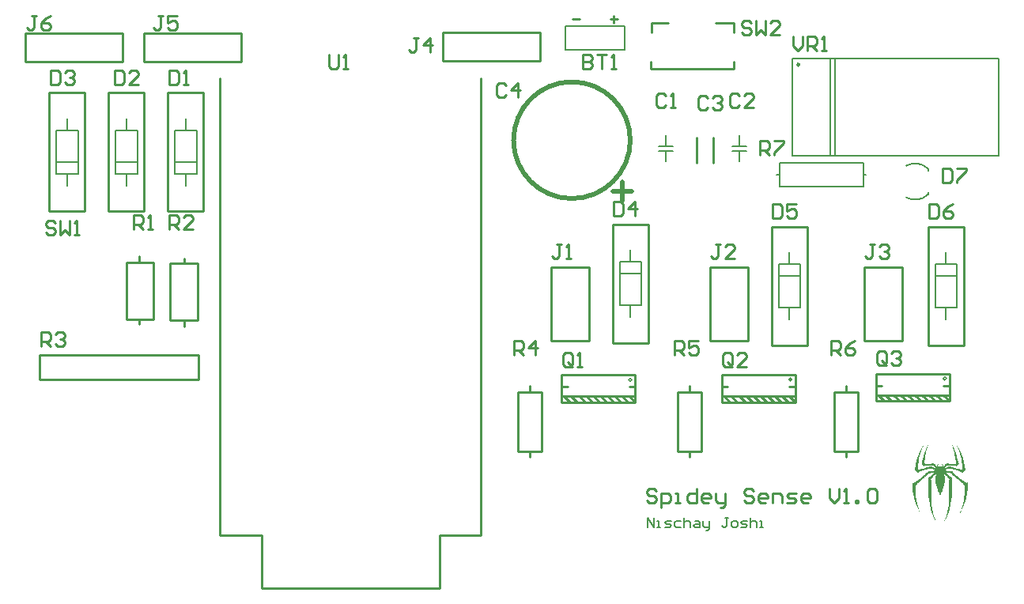
<source format=gto>
G04*
G04 #@! TF.GenerationSoftware,Altium Limited,CircuitMaker,2.0.3 (2.0.3.51)*
G04*
G04 Layer_Color=15132400*
%FSLAX23Y23*%
%MOIN*%
G70*
G04*
G04 #@! TF.SameCoordinates,35AC13BF-EB10-43E2-832D-F6A8B62018A4*
G04*
G04*
G04 #@! TF.FilePolarity,Positive*
G04*
G01*
G75*
%ADD10C,0.008*%
%ADD11C,0.020*%
%ADD12C,0.010*%
%ADD13C,0.010*%
%ADD14C,0.008*%
G36*
X4840Y3179D02*
X4840Y3179D01*
X4839Y3179D01*
X4839Y3176D01*
X4838Y3176D01*
X4838Y3174D01*
X4837Y3174D01*
X4837Y3171D01*
X4837Y3171D01*
X4837Y3169D01*
X4836Y3169D01*
X4836Y3165D01*
X4835Y3165D01*
X4835Y3164D01*
X4834Y3164D01*
X4834Y3160D01*
X4833Y3160D01*
X4833Y3156D01*
X4832Y3156D01*
X4832Y3153D01*
X4832Y3153D01*
X4832Y3149D01*
X4831Y3149D01*
X4831Y3146D01*
X4830Y3146D01*
X4830Y3143D01*
X4829Y3143D01*
X4829Y3138D01*
X4828Y3138D01*
X4828Y3135D01*
X4828Y3135D01*
X4828Y3130D01*
X4827Y3130D01*
X4827Y3124D01*
X4826Y3124D01*
X4826Y3117D01*
X4825Y3117D01*
X4825Y3102D01*
X4826Y3102D01*
X4826Y3101D01*
X4834Y3101D01*
X4834Y3100D01*
X4841Y3100D01*
X4841Y3101D01*
X4853Y3101D01*
X4853Y3102D01*
X4857Y3102D01*
X4857Y3103D01*
X4863Y3103D01*
X4863Y3102D01*
X4864Y3102D01*
X4864Y3101D01*
X4865Y3101D01*
X4865Y3100D01*
X4867Y3100D01*
X4867Y3099D01*
X4868Y3099D01*
X4868Y3098D01*
X4869Y3098D01*
X4869Y3096D01*
X4871Y3096D01*
X4871Y3094D01*
X4872Y3094D01*
X4872Y3094D01*
X4872Y3094D01*
X4872Y3093D01*
X4873Y3093D01*
X4873Y3092D01*
X4874Y3092D01*
X4874Y3091D01*
X4875Y3091D01*
X4875Y3090D01*
X4877Y3090D01*
X4877Y3091D01*
X4877Y3091D01*
X4877Y3093D01*
X4877Y3093D01*
X4877Y3095D01*
X4878Y3095D01*
X4878Y3096D01*
X4879Y3096D01*
X4879Y3097D01*
X4880Y3097D01*
X4880Y3098D01*
X4881Y3098D01*
X4881Y3099D01*
X4882Y3099D01*
X4882Y3099D01*
X4884Y3099D01*
X4884Y3098D01*
X4883Y3098D01*
X4883Y3097D01*
X4882Y3097D01*
X4882Y3095D01*
X4881Y3095D01*
X4881Y3089D01*
X4883Y3089D01*
X4883Y3090D01*
X4884Y3090D01*
X4884Y3090D01*
X4885Y3090D01*
X4885Y3091D01*
X4886Y3091D01*
X4886Y3092D01*
X4886Y3092D01*
X4886Y3091D01*
X4887Y3091D01*
X4887Y3090D01*
X4889Y3090D01*
X4889Y3090D01*
X4892Y3090D01*
X4892Y3090D01*
X4894Y3090D01*
X4894Y3091D01*
X4894Y3091D01*
X4894Y3092D01*
X4895Y3092D01*
X4895Y3091D01*
X4896Y3091D01*
X4896Y3090D01*
X4897Y3090D01*
X4897Y3089D01*
X4899Y3089D01*
X4899Y3094D01*
X4899Y3094D01*
X4899Y3096D01*
X4898Y3096D01*
X4898Y3097D01*
X4897Y3097D01*
X4897Y3099D01*
X4899Y3099D01*
X4899Y3099D01*
X4899Y3099D01*
X4899Y3098D01*
X4901Y3098D01*
X4901Y3097D01*
X4902Y3097D01*
X4902Y3096D01*
X4903Y3096D01*
X4903Y3095D01*
X4903Y3095D01*
X4903Y3091D01*
X4904Y3091D01*
X4904Y3090D01*
X4905Y3090D01*
X4905Y3091D01*
X4907Y3091D01*
X4907Y3092D01*
X4908Y3092D01*
X4908Y3093D01*
X4908Y3093D01*
X4908Y3094D01*
X4909Y3094D01*
X4909Y3094D01*
X4910Y3094D01*
X4910Y3095D01*
X4911Y3095D01*
X4911Y3096D01*
X4912Y3096D01*
X4912Y3097D01*
X4912Y3097D01*
X4912Y3099D01*
X4914Y3099D01*
X4914Y3100D01*
X4915Y3100D01*
X4915Y3101D01*
X4916Y3101D01*
X4916Y3102D01*
X4917Y3102D01*
X4917Y3103D01*
X4923Y3103D01*
X4923Y3102D01*
X4928Y3102D01*
X4928Y3101D01*
X4939Y3101D01*
X4939Y3100D01*
X4949Y3100D01*
X4949Y3101D01*
X4956Y3101D01*
X4956Y3115D01*
X4955Y3115D01*
X4955Y3121D01*
X4954Y3121D01*
X4954Y3128D01*
X4953Y3128D01*
X4953Y3134D01*
X4952Y3134D01*
X4952Y3138D01*
X4952Y3138D01*
X4952Y3142D01*
X4951Y3142D01*
X4951Y3146D01*
X4950Y3146D01*
X4950Y3148D01*
X4949Y3148D01*
X4949Y3152D01*
X4948Y3152D01*
X4948Y3155D01*
X4948Y3155D01*
X4948Y3158D01*
X4947Y3158D01*
X4947Y3161D01*
X4946Y3161D01*
X4946Y3164D01*
X4945Y3164D01*
X4945Y3167D01*
X4944Y3167D01*
X4944Y3170D01*
X4943Y3170D01*
X4943Y3173D01*
X4943Y3173D01*
X4943Y3175D01*
X4942Y3175D01*
X4942Y3177D01*
X4941Y3177D01*
X4941Y3180D01*
X4940Y3180D01*
X4940Y3183D01*
X4942Y3183D01*
X4942Y3181D01*
X4943Y3181D01*
X4943Y3179D01*
X4943Y3179D01*
X4943Y3177D01*
X4944Y3177D01*
X4944Y3174D01*
X4945Y3174D01*
X4945Y3173D01*
X4946Y3173D01*
X4946Y3171D01*
X4947Y3171D01*
X4947Y3169D01*
X4948Y3169D01*
X4948Y3167D01*
X4948Y3167D01*
X4948Y3165D01*
X4949Y3165D01*
X4949Y3163D01*
X4950Y3163D01*
X4950Y3161D01*
X4951Y3161D01*
X4951Y3159D01*
X4952Y3159D01*
X4952Y3156D01*
X4952Y3156D01*
X4952Y3155D01*
X4953Y3155D01*
X4953Y3152D01*
X4954Y3152D01*
X4954Y3150D01*
X4955Y3150D01*
X4955Y3148D01*
X4956Y3148D01*
X4956Y3145D01*
X4957Y3145D01*
X4957Y3143D01*
X4957Y3143D01*
X4957Y3141D01*
X4958Y3141D01*
X4958Y3138D01*
X4959Y3138D01*
X4959Y3136D01*
X4960Y3136D01*
X4960Y3133D01*
X4961Y3133D01*
X4961Y3130D01*
X4961Y3130D01*
X4961Y3128D01*
X4962Y3128D01*
X4962Y3124D01*
X4963Y3124D01*
X4963Y3122D01*
X4964Y3122D01*
X4964Y3119D01*
X4965Y3119D01*
X4965Y3116D01*
X4965Y3116D01*
X4965Y3113D01*
X4966Y3113D01*
X4966Y3110D01*
X4967Y3110D01*
X4967Y3107D01*
X4968Y3107D01*
X4968Y3103D01*
X4969Y3103D01*
X4969Y3099D01*
X4968Y3099D01*
X4968Y3097D01*
X4967Y3097D01*
X4967Y3096D01*
X4966Y3096D01*
X4966Y3095D01*
X4965Y3095D01*
X4965Y3094D01*
X4964Y3094D01*
X4964Y3094D01*
X4962Y3094D01*
X4962Y3093D01*
X4961Y3093D01*
X4961Y3092D01*
X4961Y3092D01*
X4961Y3091D01*
X4960Y3091D01*
X4960Y3090D01*
X4957Y3090D01*
X4957Y3091D01*
X4957Y3091D01*
X4957Y3092D01*
X4954Y3092D01*
X4954Y3093D01*
X4952Y3093D01*
X4952Y3094D01*
X4930Y3094D01*
X4930Y3094D01*
X4919Y3094D01*
X4919Y3094D01*
X4917Y3094D01*
X4917Y3093D01*
X4917Y3093D01*
X4917Y3092D01*
X4916Y3092D01*
X4916Y3091D01*
X4915Y3091D01*
X4915Y3090D01*
X4914Y3090D01*
X4914Y3088D01*
X4913Y3088D01*
X4913Y3086D01*
X4912Y3086D01*
X4912Y3085D01*
X4912Y3085D01*
X4912Y3083D01*
X4915Y3083D01*
X4915Y3084D01*
X4917Y3084D01*
X4917Y3085D01*
X4918Y3085D01*
X4918Y3085D01*
X4920Y3085D01*
X4920Y3086D01*
X4921Y3086D01*
X4921Y3087D01*
X4923Y3087D01*
X4923Y3088D01*
X4925Y3088D01*
X4925Y3089D01*
X4926Y3089D01*
X4926Y3090D01*
X4931Y3090D01*
X4931Y3089D01*
X4934Y3089D01*
X4934Y3088D01*
X4936Y3088D01*
X4936Y3087D01*
X4939Y3087D01*
X4939Y3086D01*
X4941Y3086D01*
X4941Y3085D01*
X4944Y3085D01*
X4944Y3085D01*
X4948Y3085D01*
X4948Y3084D01*
X4950Y3084D01*
X4950Y3083D01*
X4955Y3083D01*
X4955Y3082D01*
X4957Y3082D01*
X4957Y3081D01*
X4961Y3081D01*
X4961Y3081D01*
X4965Y3081D01*
X4965Y3080D01*
X4967Y3080D01*
X4967Y3079D01*
X4971Y3079D01*
X4971Y3078D01*
X4974Y3078D01*
X4974Y3077D01*
X4977Y3077D01*
X4977Y3077D01*
X4981Y3077D01*
X4981Y3076D01*
X4983Y3076D01*
X4983Y3094D01*
X4983Y3094D01*
X4983Y3102D01*
X4982Y3102D01*
X4982Y3109D01*
X4981Y3109D01*
X4981Y3114D01*
X4980Y3114D01*
X4980Y3119D01*
X4979Y3119D01*
X4979Y3124D01*
X4979Y3124D01*
X4979Y3127D01*
X4978Y3127D01*
X4978Y3131D01*
X4977Y3131D01*
X4977Y3134D01*
X4976Y3134D01*
X4976Y3137D01*
X4975Y3137D01*
X4975Y3141D01*
X4974Y3141D01*
X4974Y3143D01*
X4974Y3143D01*
X4974Y3146D01*
X4973Y3146D01*
X4973Y3148D01*
X4972Y3148D01*
X4972Y3150D01*
X4971Y3150D01*
X4971Y3153D01*
X4970Y3153D01*
X4970Y3156D01*
X4970Y3156D01*
X4970Y3157D01*
X4969Y3157D01*
X4969Y3160D01*
X4968Y3160D01*
X4968Y3161D01*
X4967Y3161D01*
X4967Y3164D01*
X4966Y3164D01*
X4966Y3166D01*
X4965Y3166D01*
X4965Y3168D01*
X4965Y3168D01*
X4965Y3170D01*
X4964Y3170D01*
X4964Y3171D01*
X4963Y3171D01*
X4963Y3173D01*
X4962Y3173D01*
X4962Y3174D01*
X4961Y3174D01*
X4961Y3176D01*
X4961Y3176D01*
X4961Y3178D01*
X4960Y3178D01*
X4960Y3179D01*
X4961Y3179D01*
X4961Y3179D01*
X4961Y3179D01*
X4961Y3178D01*
X4962Y3178D01*
X4962Y3176D01*
X4963Y3176D01*
X4963Y3175D01*
X4964Y3175D01*
X4964Y3174D01*
X4965Y3174D01*
X4965Y3172D01*
X4965Y3172D01*
X4965Y3171D01*
X4966Y3171D01*
X4966Y3170D01*
X4967Y3170D01*
X4967Y3168D01*
X4968Y3168D01*
X4968Y3167D01*
X4969Y3167D01*
X4969Y3165D01*
X4970Y3165D01*
X4970Y3164D01*
X4970Y3164D01*
X4970Y3162D01*
X4971Y3162D01*
X4971Y3161D01*
X4972Y3161D01*
X4972Y3159D01*
X4973Y3159D01*
X4973Y3157D01*
X4974Y3157D01*
X4974Y3156D01*
X4974Y3156D01*
X4974Y3154D01*
X4975Y3154D01*
X4975Y3152D01*
X4976Y3152D01*
X4976Y3151D01*
X4977Y3151D01*
X4977Y3148D01*
X4978Y3148D01*
X4978Y3147D01*
X4979Y3147D01*
X4979Y3145D01*
X4979Y3145D01*
X4979Y3143D01*
X4980Y3143D01*
X4980Y3140D01*
X4981Y3140D01*
X4981Y3139D01*
X4982Y3139D01*
X4982Y3136D01*
X4983Y3136D01*
X4983Y3134D01*
X4983Y3134D01*
X4983Y3132D01*
X4984Y3132D01*
X4984Y3129D01*
X4985Y3129D01*
X4985Y3128D01*
X4986Y3128D01*
X4986Y3125D01*
X4987Y3125D01*
X4987Y3122D01*
X4988Y3122D01*
X4988Y3120D01*
X4988Y3120D01*
X4988Y3116D01*
X4989Y3116D01*
X4989Y3114D01*
X4990Y3114D01*
X4990Y3111D01*
X4991Y3111D01*
X4991Y3107D01*
X4992Y3107D01*
X4992Y3104D01*
X4992Y3104D01*
X4992Y3100D01*
X4993Y3100D01*
X4993Y3096D01*
X4994Y3096D01*
X4994Y3090D01*
X4995Y3090D01*
X4995Y3083D01*
X4996Y3083D01*
X4996Y3081D01*
X4996Y3081D01*
X4996Y3078D01*
X4997Y3078D01*
X4997Y3077D01*
X4998Y3077D01*
X4998Y3075D01*
X4997Y3075D01*
X4997Y3074D01*
X4996Y3074D01*
X4996Y3073D01*
X4996Y3073D01*
X4996Y3072D01*
X4995Y3072D01*
X4995Y3072D01*
X4994Y3072D01*
X4994Y3071D01*
X4993Y3071D01*
X4993Y3070D01*
X4992Y3070D01*
X4992Y3069D01*
X4991Y3069D01*
X4991Y3068D01*
X4990Y3068D01*
X4990Y3068D01*
X4989Y3068D01*
X4989Y3067D01*
X4988Y3067D01*
X4988Y3066D01*
X4988Y3066D01*
X4988Y3065D01*
X4987Y3065D01*
X4987Y3064D01*
X4986Y3064D01*
X4986Y3063D01*
X4985Y3063D01*
X4985Y3063D01*
X4983Y3063D01*
X4983Y3063D01*
X4981Y3063D01*
X4981Y3064D01*
X4980Y3064D01*
X4980Y3065D01*
X4979Y3065D01*
X4979Y3066D01*
X4976Y3066D01*
X4976Y3067D01*
X4975Y3067D01*
X4975Y3068D01*
X4973Y3068D01*
X4973Y3068D01*
X4971Y3068D01*
X4971Y3069D01*
X4970Y3069D01*
X4970Y3070D01*
X4968Y3070D01*
X4968Y3071D01*
X4966Y3071D01*
X4966Y3072D01*
X4964Y3072D01*
X4964Y3072D01*
X4961Y3072D01*
X4961Y3073D01*
X4961Y3073D01*
X4961Y3074D01*
X4957Y3074D01*
X4957Y3075D01*
X4955Y3075D01*
X4955Y3076D01*
X4952Y3076D01*
X4952Y3077D01*
X4948Y3077D01*
X4948Y3077D01*
X4945Y3077D01*
X4945Y3078D01*
X4941Y3078D01*
X4941Y3079D01*
X4930Y3079D01*
X4930Y3080D01*
X4929Y3080D01*
X4929Y3079D01*
X4921Y3079D01*
X4921Y3078D01*
X4918Y3078D01*
X4918Y3077D01*
X4917Y3077D01*
X4917Y3077D01*
X4916Y3077D01*
X4916Y3076D01*
X4914Y3076D01*
X4914Y3075D01*
X4913Y3075D01*
X4913Y3074D01*
X4912Y3074D01*
X4912Y3072D01*
X4914Y3072D01*
X4914Y3072D01*
X4917Y3072D01*
X4917Y3071D01*
X4921Y3071D01*
X4921Y3070D01*
X4932Y3070D01*
X4932Y3071D01*
X4939Y3071D01*
X4939Y3070D01*
X4940Y3070D01*
X4940Y3069D01*
X4941Y3069D01*
X4941Y3068D01*
X4942Y3068D01*
X4942Y3068D01*
X4943Y3068D01*
X4943Y3067D01*
X4943Y3067D01*
X4943Y3066D01*
X4944Y3066D01*
X4944Y3064D01*
X4945Y3064D01*
X4945Y3063D01*
X4946Y3063D01*
X4946Y3063D01*
X4947Y3063D01*
X4947Y3062D01*
X4948Y3062D01*
X4948Y3061D01*
X4948Y3061D01*
X4948Y3060D01*
X4950Y3060D01*
X4950Y3059D01*
X4951Y3059D01*
X4951Y3059D01*
X4952Y3059D01*
X4952Y3058D01*
X4952Y3058D01*
X4952Y3057D01*
X4953Y3057D01*
X4953Y3056D01*
X4954Y3056D01*
X4954Y3055D01*
X4955Y3055D01*
X4955Y3054D01*
X4956Y3054D01*
X4956Y3054D01*
X4957Y3054D01*
X4957Y3053D01*
X4957Y3053D01*
X4957Y3052D01*
X4958Y3052D01*
X4958Y3051D01*
X4959Y3051D01*
X4959Y3050D01*
X4961Y3050D01*
X4961Y3050D01*
X4961Y3050D01*
X4961Y3049D01*
X4962Y3049D01*
X4962Y3048D01*
X4963Y3048D01*
X4963Y3047D01*
X4964Y3047D01*
X4964Y3046D01*
X4965Y3046D01*
X4965Y3046D01*
X4966Y3046D01*
X4966Y3045D01*
X4967Y3045D01*
X4967Y3044D01*
X4968Y3044D01*
X4968Y3043D01*
X4969Y3043D01*
X4969Y3042D01*
X4970Y3042D01*
X4970Y3041D01*
X4971Y3041D01*
X4971Y3041D01*
X4972Y3041D01*
X4972Y3040D01*
X4973Y3040D01*
X4973Y3039D01*
X4974Y3039D01*
X4974Y3038D01*
X4975Y3038D01*
X4975Y3037D01*
X4976Y3037D01*
X4976Y3037D01*
X4977Y3037D01*
X4977Y3036D01*
X4979Y3036D01*
X4979Y3035D01*
X4979Y3035D01*
X4979Y3034D01*
X4981Y3034D01*
X4981Y3033D01*
X4982Y3033D01*
X4982Y3032D01*
X4983Y3032D01*
X4983Y3032D01*
X4984Y3032D01*
X4984Y3031D01*
X4985Y3031D01*
X4985Y3030D01*
X4987Y3030D01*
X4987Y3029D01*
X4988Y3029D01*
X4988Y3028D01*
X4989Y3028D01*
X4989Y3028D01*
X4990Y3028D01*
X4990Y3027D01*
X4991Y3027D01*
X4991Y3026D01*
X4992Y3026D01*
X4992Y3025D01*
X4993Y3025D01*
X4993Y3024D01*
X4995Y3024D01*
X4995Y3023D01*
X4996Y3023D01*
X4996Y3023D01*
X4997Y3023D01*
X4997Y3022D01*
X4999Y3022D01*
X4999Y3021D01*
X5001Y3021D01*
X5001Y3020D01*
X5004Y3020D01*
X5004Y3021D01*
X5005Y3021D01*
X5005Y3022D01*
X5008Y3022D01*
X5008Y3002D01*
X5007Y3002D01*
X5007Y2993D01*
X5006Y2993D01*
X5006Y2985D01*
X5005Y2985D01*
X5005Y2979D01*
X5005Y2979D01*
X5005Y2975D01*
X5004Y2975D01*
X5004Y2970D01*
X5003Y2970D01*
X5003Y2966D01*
X5002Y2966D01*
X5002Y2964D01*
X5001Y2964D01*
X5001Y2960D01*
X5001Y2960D01*
X5001Y2957D01*
X5000Y2957D01*
X5000Y2953D01*
X4999Y2953D01*
X4999Y2950D01*
X4998Y2950D01*
X4998Y2948D01*
X4997Y2948D01*
X4997Y2945D01*
X4996Y2945D01*
X4996Y2942D01*
X4996Y2942D01*
X4996Y2940D01*
X4995Y2940D01*
X4995Y2938D01*
X4994Y2938D01*
X4994Y2935D01*
X4993Y2935D01*
X4993Y2934D01*
X4992Y2934D01*
X4992Y2930D01*
X4992Y2930D01*
X4992Y2930D01*
X4991Y2930D01*
X4991Y2926D01*
X4990Y2926D01*
X4990Y2925D01*
X4989Y2925D01*
X4989Y2923D01*
X4988Y2923D01*
X4988Y2921D01*
X4988Y2921D01*
X4988Y2919D01*
X4987Y2919D01*
X4987Y2917D01*
X4986Y2917D01*
X4986Y2915D01*
X4985Y2915D01*
X4985Y2913D01*
X4984Y2913D01*
X4984Y2912D01*
X4983Y2912D01*
X4983Y2909D01*
X4983Y2909D01*
X4983Y2908D01*
X4982Y2908D01*
X4982Y2906D01*
X4981Y2906D01*
X4981Y2904D01*
X4980Y2904D01*
X4980Y2903D01*
X4979Y2903D01*
X4979Y2900D01*
X4979Y2900D01*
X4979Y2899D01*
X4978Y2899D01*
X4978Y2897D01*
X4977Y2897D01*
X4977Y2895D01*
X4976Y2895D01*
X4976Y2894D01*
X4975Y2894D01*
X4975Y2892D01*
X4974Y2892D01*
X4974Y2894D01*
X4974Y2894D01*
X4974Y2895D01*
X4975Y2895D01*
X4975Y2898D01*
X4976Y2898D01*
X4976Y2899D01*
X4977Y2899D01*
X4977Y2902D01*
X4978Y2902D01*
X4978Y2904D01*
X4979Y2904D01*
X4979Y2906D01*
X4979Y2906D01*
X4979Y2908D01*
X4980Y2908D01*
X4980Y2911D01*
X4981Y2911D01*
X4981Y2912D01*
X4982Y2912D01*
X4982Y2916D01*
X4983Y2916D01*
X4983Y2918D01*
X4983Y2918D01*
X4983Y2921D01*
X4984Y2921D01*
X4984Y2924D01*
X4985Y2924D01*
X4985Y2926D01*
X4986Y2926D01*
X4986Y2930D01*
X4987Y2930D01*
X4987Y2933D01*
X4988Y2933D01*
X4988Y2935D01*
X4988Y2935D01*
X4988Y2940D01*
X4989Y2940D01*
X4989Y2944D01*
X4990Y2944D01*
X4990Y2948D01*
X4991Y2948D01*
X4991Y2953D01*
X4992Y2953D01*
X4992Y2957D01*
X4992Y2957D01*
X4992Y2965D01*
X4993Y2965D01*
X4993Y2975D01*
X4994Y2975D01*
X4994Y2986D01*
X4995Y2986D01*
X4995Y3007D01*
X4994Y3007D01*
X4994Y3009D01*
X4993Y3009D01*
X4993Y3010D01*
X4992Y3010D01*
X4992Y3011D01*
X4992Y3011D01*
X4992Y3012D01*
X4991Y3012D01*
X4991Y3013D01*
X4990Y3013D01*
X4990Y3014D01*
X4989Y3014D01*
X4989Y3014D01*
X4988Y3014D01*
X4988Y3015D01*
X4988Y3015D01*
X4988Y3016D01*
X4987Y3016D01*
X4987Y3017D01*
X4986Y3017D01*
X4986Y3018D01*
X4985Y3018D01*
X4985Y3019D01*
X4984Y3019D01*
X4984Y3019D01*
X4983Y3019D01*
X4983Y3020D01*
X4982Y3020D01*
X4982Y3021D01*
X4981Y3021D01*
X4981Y3022D01*
X4980Y3022D01*
X4980Y3023D01*
X4979Y3023D01*
X4979Y3023D01*
X4979Y3023D01*
X4979Y3024D01*
X4978Y3024D01*
X4978Y3025D01*
X4977Y3025D01*
X4977Y3026D01*
X4975Y3026D01*
X4975Y3027D01*
X4974Y3027D01*
X4974Y3028D01*
X4974Y3028D01*
X4974Y3028D01*
X4973Y3028D01*
X4973Y3029D01*
X4972Y3029D01*
X4972Y3030D01*
X4971Y3030D01*
X4971Y3031D01*
X4970Y3031D01*
X4970Y3032D01*
X4970Y3032D01*
X4970Y3032D01*
X4968Y3032D01*
X4968Y3033D01*
X4967Y3033D01*
X4967Y3034D01*
X4966Y3034D01*
X4966Y3035D01*
X4965Y3035D01*
X4965Y3036D01*
X4965Y3036D01*
X4965Y3037D01*
X4964Y3037D01*
X4964Y3037D01*
X4962Y3037D01*
X4962Y3038D01*
X4961Y3038D01*
X4961Y3039D01*
X4961Y3039D01*
X4961Y3040D01*
X4960Y3040D01*
X4960Y3041D01*
X4959Y3041D01*
X4959Y3041D01*
X4957Y3041D01*
X4957Y3042D01*
X4957Y3042D01*
X4957Y3043D01*
X4956Y3043D01*
X4956Y3044D01*
X4955Y3044D01*
X4955Y3045D01*
X4954Y3045D01*
X4954Y3046D01*
X4952Y3046D01*
X4952Y3046D01*
X4952Y3046D01*
X4952Y3047D01*
X4951Y3047D01*
X4951Y3048D01*
X4949Y3048D01*
X4949Y3049D01*
X4948Y3049D01*
X4948Y3050D01*
X4948Y3050D01*
X4948Y3050D01*
X4947Y3050D01*
X4947Y3051D01*
X4945Y3051D01*
X4945Y3052D01*
X4944Y3052D01*
X4944Y3053D01*
X4943Y3053D01*
X4943Y3054D01*
X4943Y3054D01*
X4943Y3054D01*
X4941Y3054D01*
X4941Y3055D01*
X4940Y3055D01*
X4940Y3056D01*
X4939Y3056D01*
X4939Y3057D01*
X4939Y3057D01*
X4939Y3058D01*
X4938Y3058D01*
X4938Y3059D01*
X4937Y3059D01*
X4937Y3059D01*
X4935Y3059D01*
X4935Y3060D01*
X4934Y3060D01*
X4934Y3061D01*
X4934Y3061D01*
X4934Y3062D01*
X4930Y3062D01*
X4930Y3063D01*
X4926Y3063D01*
X4926Y3063D01*
X4917Y3063D01*
X4917Y3064D01*
X4914Y3064D01*
X4914Y3063D01*
X4915Y3063D01*
X4915Y3062D01*
X4916Y3062D01*
X4916Y3061D01*
X4917Y3061D01*
X4917Y3060D01*
X4918Y3060D01*
X4918Y3059D01*
X4919Y3059D01*
X4919Y3059D01*
X4920Y3059D01*
X4920Y3058D01*
X4921Y3058D01*
X4921Y3057D01*
X4921Y3057D01*
X4921Y3056D01*
X4922Y3056D01*
X4922Y3055D01*
X4923Y3055D01*
X4923Y3054D01*
X4924Y3054D01*
X4924Y3054D01*
X4926Y3054D01*
X4926Y3053D01*
X4926Y3053D01*
X4926Y3052D01*
X4927Y3052D01*
X4927Y3051D01*
X4928Y3051D01*
X4928Y3050D01*
X4929Y3050D01*
X4929Y3050D01*
X4930Y3050D01*
X4930Y3049D01*
X4931Y3049D01*
X4931Y3048D01*
X4932Y3048D01*
X4932Y3047D01*
X4933Y3047D01*
X4933Y3046D01*
X4934Y3046D01*
X4934Y3046D01*
X4935Y3046D01*
X4935Y3045D01*
X4936Y3045D01*
X4936Y3044D01*
X4939Y3044D01*
X4939Y3045D01*
X4941Y3045D01*
X4941Y3031D01*
X4942Y3031D01*
X4942Y3027D01*
X4941Y3027D01*
X4941Y2987D01*
X4940Y2987D01*
X4940Y2972D01*
X4939Y2972D01*
X4939Y2965D01*
X4939Y2965D01*
X4939Y2955D01*
X4938Y2955D01*
X4938Y2949D01*
X4937Y2949D01*
X4937Y2944D01*
X4936Y2944D01*
X4936Y2938D01*
X4935Y2938D01*
X4935Y2934D01*
X4934Y2934D01*
X4934Y2929D01*
X4934Y2929D01*
X4934Y2924D01*
X4933Y2924D01*
X4933Y2921D01*
X4932Y2921D01*
X4932Y2917D01*
X4931Y2917D01*
X4931Y2913D01*
X4930Y2913D01*
X4930Y2911D01*
X4930Y2911D01*
X4930Y2907D01*
X4929Y2907D01*
X4929Y2904D01*
X4928Y2904D01*
X4928Y2902D01*
X4927Y2902D01*
X4927Y2899D01*
X4926Y2899D01*
X4926Y2897D01*
X4926Y2897D01*
X4926Y2894D01*
X4925Y2894D01*
X4925Y2891D01*
X4924Y2891D01*
X4924Y2890D01*
X4923Y2890D01*
X4923Y2886D01*
X4922Y2886D01*
X4922Y2886D01*
X4921Y2886D01*
X4921Y2883D01*
X4921Y2883D01*
X4921Y2881D01*
X4920Y2881D01*
X4920Y2879D01*
X4919Y2879D01*
X4919Y2877D01*
X4918Y2877D01*
X4918Y2875D01*
X4917Y2875D01*
X4917Y2873D01*
X4917Y2873D01*
X4917Y2872D01*
X4916Y2872D01*
X4916Y2870D01*
X4915Y2870D01*
X4915Y2868D01*
X4914Y2868D01*
X4914Y2867D01*
X4913Y2867D01*
X4913Y2866D01*
X4912Y2866D01*
X4912Y2864D01*
X4912Y2864D01*
X4912Y2863D01*
X4911Y2863D01*
X4911Y2862D01*
X4910Y2862D01*
X4910Y2860D01*
X4909Y2860D01*
X4909Y2859D01*
X4908Y2859D01*
X4908Y2859D01*
X4908Y2859D01*
X4908Y2860D01*
X4908Y2860D01*
X4908Y2862D01*
X4909Y2862D01*
X4909Y2864D01*
X4910Y2864D01*
X4910Y2865D01*
X4911Y2865D01*
X4911Y2867D01*
X4912Y2867D01*
X4912Y2868D01*
X4912Y2868D01*
X4912Y2871D01*
X4913Y2871D01*
X4913Y2873D01*
X4914Y2873D01*
X4914Y2875D01*
X4915Y2875D01*
X4915Y2877D01*
X4916Y2877D01*
X4916Y2880D01*
X4917Y2880D01*
X4917Y2882D01*
X4917Y2882D01*
X4917Y2885D01*
X4918Y2885D01*
X4918Y2888D01*
X4919Y2888D01*
X4919Y2891D01*
X4920Y2891D01*
X4920Y2894D01*
X4921Y2894D01*
X4921Y2899D01*
X4921Y2899D01*
X4921Y2902D01*
X4922Y2902D01*
X4922Y2906D01*
X4923Y2906D01*
X4923Y2911D01*
X4924Y2911D01*
X4924Y2915D01*
X4925Y2915D01*
X4925Y2921D01*
X4926Y2921D01*
X4926Y2930D01*
X4926Y2930D01*
X4926Y2937D01*
X4927Y2937D01*
X4927Y2950D01*
X4928Y2950D01*
X4928Y3006D01*
X4927Y3006D01*
X4927Y3022D01*
X4926Y3022D01*
X4926Y3029D01*
X4927Y3029D01*
X4927Y3031D01*
X4928Y3031D01*
X4928Y3032D01*
X4929Y3032D01*
X4929Y3037D01*
X4928Y3037D01*
X4928Y3037D01*
X4927Y3037D01*
X4927Y3039D01*
X4926Y3039D01*
X4926Y3040D01*
X4926Y3040D01*
X4926Y3041D01*
X4925Y3041D01*
X4925Y3042D01*
X4924Y3042D01*
X4924Y3043D01*
X4923Y3043D01*
X4923Y3044D01*
X4922Y3044D01*
X4922Y3045D01*
X4921Y3045D01*
X4921Y3046D01*
X4921Y3046D01*
X4921Y3046D01*
X4920Y3046D01*
X4920Y3047D01*
X4919Y3047D01*
X4919Y3048D01*
X4918Y3048D01*
X4918Y3049D01*
X4917Y3049D01*
X4917Y3050D01*
X4917Y3050D01*
X4917Y3050D01*
X4916Y3050D01*
X4916Y3051D01*
X4915Y3051D01*
X4915Y3052D01*
X4914Y3052D01*
X4914Y3053D01*
X4913Y3053D01*
X4913Y3054D01*
X4912Y3054D01*
X4912Y3054D01*
X4911Y3054D01*
X4911Y3055D01*
X4910Y3055D01*
X4910Y3056D01*
X4908Y3056D01*
X4908Y3057D01*
X4908Y3057D01*
X4908Y3058D01*
X4906Y3058D01*
X4906Y3054D01*
X4907Y3054D01*
X4907Y3052D01*
X4908Y3052D01*
X4908Y3050D01*
X4908Y3050D01*
X4908Y3048D01*
X4909Y3048D01*
X4909Y3047D01*
X4910Y3047D01*
X4910Y3046D01*
X4911Y3046D01*
X4911Y3044D01*
X4912Y3044D01*
X4912Y3035D01*
X4911Y3035D01*
X4911Y3030D01*
X4910Y3030D01*
X4910Y3024D01*
X4909Y3024D01*
X4909Y3020D01*
X4908Y3020D01*
X4908Y3016D01*
X4908Y3016D01*
X4908Y3012D01*
X4907Y3012D01*
X4907Y3010D01*
X4906Y3010D01*
X4906Y3006D01*
X4905Y3006D01*
X4905Y3003D01*
X4904Y3003D01*
X4904Y3001D01*
X4903Y3001D01*
X4903Y2997D01*
X4903Y2997D01*
X4903Y2995D01*
X4902Y2995D01*
X4902Y2992D01*
X4901Y2992D01*
X4901Y2990D01*
X4900Y2990D01*
X4900Y2988D01*
X4899Y2988D01*
X4899Y2986D01*
X4899Y2986D01*
X4899Y2983D01*
X4898Y2983D01*
X4898Y2982D01*
X4897Y2982D01*
X4897Y2979D01*
X4896Y2979D01*
X4896Y2978D01*
X4895Y2978D01*
X4895Y2975D01*
X4894Y2975D01*
X4894Y2974D01*
X4894Y2974D01*
X4894Y2972D01*
X4893Y2972D01*
X4893Y2971D01*
X4891Y2971D01*
X4891Y2976D01*
X4890Y2976D01*
X4890Y2975D01*
X4889Y2975D01*
X4889Y2974D01*
X4890Y2974D01*
X4890Y2972D01*
X4889Y2972D01*
X4889Y2971D01*
X4888Y2971D01*
X4888Y2972D01*
X4887Y2972D01*
X4887Y2974D01*
X4886Y2974D01*
X4886Y2975D01*
X4886Y2975D01*
X4886Y2978D01*
X4885Y2978D01*
X4885Y2979D01*
X4884Y2979D01*
X4884Y2981D01*
X4883Y2981D01*
X4883Y2983D01*
X4882Y2983D01*
X4882Y2985D01*
X4881Y2985D01*
X4881Y2988D01*
X4881Y2988D01*
X4881Y2989D01*
X4880Y2989D01*
X4880Y2992D01*
X4879Y2992D01*
X4879Y2995D01*
X4878Y2995D01*
X4878Y2997D01*
X4877Y2997D01*
X4877Y3000D01*
X4877Y3000D01*
X4877Y3002D01*
X4876Y3002D01*
X4876Y3006D01*
X4875Y3006D01*
X4875Y3010D01*
X4874Y3010D01*
X4874Y3012D01*
X4873Y3012D01*
X4873Y3016D01*
X4872Y3016D01*
X4872Y3020D01*
X4872Y3020D01*
X4872Y3024D01*
X4871Y3024D01*
X4871Y3028D01*
X4870Y3028D01*
X4870Y3033D01*
X4869Y3033D01*
X4869Y3044D01*
X4870Y3044D01*
X4870Y3046D01*
X4871Y3046D01*
X4871Y3048D01*
X4872Y3048D01*
X4872Y3049D01*
X4872Y3049D01*
X4872Y3050D01*
X4873Y3050D01*
X4873Y3053D01*
X4874Y3053D01*
X4874Y3054D01*
X4875Y3054D01*
X4875Y3057D01*
X4872Y3057D01*
X4872Y3056D01*
X4871Y3056D01*
X4871Y3055D01*
X4869Y3055D01*
X4869Y3054D01*
X4868Y3054D01*
X4868Y3054D01*
X4868Y3054D01*
X4868Y3053D01*
X4867Y3053D01*
X4867Y3052D01*
X4865Y3052D01*
X4865Y3051D01*
X4864Y3051D01*
X4864Y3050D01*
X4863Y3050D01*
X4863Y3049D01*
X4863Y3049D01*
X4863Y3048D01*
X4862Y3048D01*
X4862Y3047D01*
X4861Y3047D01*
X4861Y3046D01*
X4860Y3046D01*
X4860Y3046D01*
X4859Y3046D01*
X4859Y3045D01*
X4859Y3045D01*
X4859Y3044D01*
X4858Y3044D01*
X4858Y3043D01*
X4857Y3043D01*
X4857Y3042D01*
X4856Y3042D01*
X4856Y3041D01*
X4855Y3041D01*
X4855Y3040D01*
X4855Y3040D01*
X4855Y3039D01*
X4854Y3039D01*
X4854Y3037D01*
X4853Y3037D01*
X4853Y3037D01*
X4852Y3037D01*
X4852Y3036D01*
X4851Y3036D01*
X4851Y3032D01*
X4852Y3032D01*
X4852Y3032D01*
X4853Y3032D01*
X4853Y3031D01*
X4854Y3031D01*
X4854Y3011D01*
X4853Y3011D01*
X4853Y2948D01*
X4854Y2948D01*
X4854Y2934D01*
X4855Y2934D01*
X4855Y2928D01*
X4855Y2928D01*
X4855Y2920D01*
X4856Y2920D01*
X4856Y2914D01*
X4857Y2914D01*
X4857Y2910D01*
X4858Y2910D01*
X4858Y2904D01*
X4859Y2904D01*
X4859Y2901D01*
X4859Y2901D01*
X4859Y2897D01*
X4860Y2897D01*
X4860Y2893D01*
X4861Y2893D01*
X4861Y2890D01*
X4862Y2890D01*
X4862Y2887D01*
X4863Y2887D01*
X4863Y2885D01*
X4863Y2885D01*
X4863Y2882D01*
X4864Y2882D01*
X4864Y2879D01*
X4865Y2879D01*
X4865Y2877D01*
X4866Y2877D01*
X4866Y2875D01*
X4867Y2875D01*
X4867Y2873D01*
X4868Y2873D01*
X4868Y2871D01*
X4868Y2871D01*
X4868Y2868D01*
X4869Y2868D01*
X4869Y2867D01*
X4870Y2867D01*
X4870Y2865D01*
X4871Y2865D01*
X4871Y2864D01*
X4872Y2864D01*
X4872Y2863D01*
X4872Y2863D01*
X4872Y2861D01*
X4873Y2861D01*
X4873Y2859D01*
X4874Y2859D01*
X4874Y2858D01*
X4872Y2858D01*
X4872Y2859D01*
X4872Y2859D01*
X4872Y2859D01*
X4871Y2859D01*
X4871Y2861D01*
X4870Y2861D01*
X4870Y2863D01*
X4869Y2863D01*
X4869Y2864D01*
X4868Y2864D01*
X4868Y2866D01*
X4868Y2866D01*
X4868Y2867D01*
X4867Y2867D01*
X4867Y2868D01*
X4866Y2868D01*
X4866Y2870D01*
X4865Y2870D01*
X4865Y2872D01*
X4864Y2872D01*
X4864Y2873D01*
X4863Y2873D01*
X4863Y2874D01*
X4863Y2874D01*
X4863Y2877D01*
X4862Y2877D01*
X4862Y2878D01*
X4861Y2878D01*
X4861Y2880D01*
X4860Y2880D01*
X4860Y2881D01*
X4859Y2881D01*
X4859Y2884D01*
X4859Y2884D01*
X4859Y2886D01*
X4858Y2886D01*
X4858Y2889D01*
X4857Y2889D01*
X4857Y2890D01*
X4856Y2890D01*
X4856Y2893D01*
X4855Y2893D01*
X4855Y2896D01*
X4855Y2896D01*
X4855Y2897D01*
X4854Y2897D01*
X4854Y2901D01*
X4853Y2901D01*
X4853Y2904D01*
X4852Y2904D01*
X4852Y2906D01*
X4851Y2906D01*
X4851Y2910D01*
X4850Y2910D01*
X4850Y2912D01*
X4850Y2912D01*
X4850Y2917D01*
X4849Y2917D01*
X4849Y2921D01*
X4848Y2921D01*
X4848Y2924D01*
X4847Y2924D01*
X4847Y2930D01*
X4846Y2930D01*
X4846Y2934D01*
X4846Y2934D01*
X4846Y2938D01*
X4845Y2938D01*
X4845Y2945D01*
X4844Y2945D01*
X4844Y2951D01*
X4843Y2951D01*
X4843Y2957D01*
X4842Y2957D01*
X4842Y2969D01*
X4841Y2969D01*
X4841Y2975D01*
X4841Y2975D01*
X4841Y2989D01*
X4840Y2989D01*
X4840Y3006D01*
X4839Y3006D01*
X4839Y3040D01*
X4840Y3040D01*
X4840Y3045D01*
X4842Y3045D01*
X4842Y3044D01*
X4845Y3044D01*
X4845Y3045D01*
X4846Y3045D01*
X4846Y3046D01*
X4846Y3046D01*
X4846Y3046D01*
X4848Y3046D01*
X4848Y3047D01*
X4849Y3047D01*
X4849Y3048D01*
X4850Y3048D01*
X4850Y3049D01*
X4850Y3049D01*
X4850Y3050D01*
X4851Y3050D01*
X4851Y3050D01*
X4853Y3050D01*
X4853Y3051D01*
X4854Y3051D01*
X4854Y3052D01*
X4855Y3052D01*
X4855Y3053D01*
X4855Y3053D01*
X4855Y3054D01*
X4856Y3054D01*
X4856Y3054D01*
X4858Y3054D01*
X4858Y3055D01*
X4859Y3055D01*
X4859Y3056D01*
X4859Y3056D01*
X4859Y3057D01*
X4860Y3057D01*
X4860Y3058D01*
X4861Y3058D01*
X4861Y3059D01*
X4862Y3059D01*
X4862Y3059D01*
X4863Y3059D01*
X4863Y3060D01*
X4863Y3060D01*
X4863Y3061D01*
X4865Y3061D01*
X4865Y3062D01*
X4866Y3062D01*
X4866Y3063D01*
X4867Y3063D01*
X4867Y3063D01*
X4868Y3063D01*
X4868Y3064D01*
X4864Y3064D01*
X4864Y3063D01*
X4855Y3063D01*
X4855Y3063D01*
X4851Y3063D01*
X4851Y3062D01*
X4849Y3062D01*
X4849Y3061D01*
X4846Y3061D01*
X4846Y3060D01*
X4845Y3060D01*
X4845Y3059D01*
X4843Y3059D01*
X4843Y3059D01*
X4842Y3059D01*
X4842Y3058D01*
X4841Y3058D01*
X4841Y3057D01*
X4840Y3057D01*
X4840Y3056D01*
X4839Y3056D01*
X4839Y3055D01*
X4838Y3055D01*
X4838Y3054D01*
X4837Y3054D01*
X4837Y3054D01*
X4837Y3054D01*
X4837Y3053D01*
X4836Y3053D01*
X4836Y3052D01*
X4834Y3052D01*
X4834Y3051D01*
X4833Y3051D01*
X4833Y3050D01*
X4832Y3050D01*
X4832Y3050D01*
X4832Y3050D01*
X4832Y3049D01*
X4831Y3049D01*
X4831Y3048D01*
X4829Y3048D01*
X4829Y3047D01*
X4828Y3047D01*
X4828Y3046D01*
X4828Y3046D01*
X4828Y3046D01*
X4827Y3046D01*
X4827Y3045D01*
X4825Y3045D01*
X4825Y3044D01*
X4824Y3044D01*
X4824Y3043D01*
X4824Y3043D01*
X4824Y3042D01*
X4823Y3042D01*
X4823Y3041D01*
X4822Y3041D01*
X4822Y3041D01*
X4820Y3041D01*
X4820Y3040D01*
X4819Y3040D01*
X4819Y3039D01*
X4819Y3039D01*
X4819Y3038D01*
X4818Y3038D01*
X4818Y3037D01*
X4817Y3037D01*
X4817Y3037D01*
X4815Y3037D01*
X4815Y3036D01*
X4815Y3036D01*
X4815Y3035D01*
X4814Y3035D01*
X4814Y3034D01*
X4813Y3034D01*
X4813Y3033D01*
X4812Y3033D01*
X4812Y3032D01*
X4810Y3032D01*
X4810Y3032D01*
X4810Y3032D01*
X4810Y3031D01*
X4809Y3031D01*
X4809Y3030D01*
X4808Y3030D01*
X4808Y3029D01*
X4807Y3029D01*
X4807Y3028D01*
X4806Y3028D01*
X4806Y3028D01*
X4806Y3028D01*
X4806Y3027D01*
X4805Y3027D01*
X4805Y3026D01*
X4804Y3026D01*
X4804Y3025D01*
X4803Y3025D01*
X4803Y3024D01*
X4801Y3024D01*
X4801Y3023D01*
X4801Y3023D01*
X4801Y3023D01*
X4800Y3023D01*
X4800Y3022D01*
X4799Y3022D01*
X4799Y3021D01*
X4798Y3021D01*
X4798Y3020D01*
X4797Y3020D01*
X4797Y3019D01*
X4797Y3019D01*
X4797Y3019D01*
X4796Y3019D01*
X4796Y3018D01*
X4795Y3018D01*
X4795Y3017D01*
X4794Y3017D01*
X4794Y3016D01*
X4793Y3016D01*
X4793Y3015D01*
X4793Y3015D01*
X4793Y3014D01*
X4792Y3014D01*
X4792Y3014D01*
X4791Y3014D01*
X4791Y3013D01*
X4790Y3013D01*
X4790Y3012D01*
X4789Y3012D01*
X4789Y3011D01*
X4788Y3011D01*
X4788Y3010D01*
X4788Y3010D01*
X4788Y3010D01*
X4787Y3010D01*
X4787Y3009D01*
X4786Y3009D01*
X4786Y2977D01*
X4787Y2977D01*
X4787Y2969D01*
X4788Y2969D01*
X4788Y2962D01*
X4788Y2962D01*
X4788Y2956D01*
X4789Y2956D01*
X4789Y2952D01*
X4790Y2952D01*
X4790Y2947D01*
X4791Y2947D01*
X4791Y2943D01*
X4792Y2943D01*
X4792Y2939D01*
X4793Y2939D01*
X4793Y2935D01*
X4793Y2935D01*
X4793Y2933D01*
X4794Y2933D01*
X4794Y2929D01*
X4795Y2929D01*
X4795Y2926D01*
X4796Y2926D01*
X4796Y2924D01*
X4797Y2924D01*
X4797Y2920D01*
X4797Y2920D01*
X4797Y2917D01*
X4798Y2917D01*
X4798Y2916D01*
X4799Y2916D01*
X4799Y2912D01*
X4800Y2912D01*
X4800Y2910D01*
X4801Y2910D01*
X4801Y2908D01*
X4801Y2908D01*
X4801Y2905D01*
X4802Y2905D01*
X4802Y2904D01*
X4803Y2904D01*
X4803Y2901D01*
X4804Y2901D01*
X4804Y2899D01*
X4805Y2899D01*
X4805Y2897D01*
X4806Y2897D01*
X4806Y2895D01*
X4805Y2895D01*
X4805Y2896D01*
X4804Y2896D01*
X4804Y2898D01*
X4803Y2898D01*
X4803Y2899D01*
X4802Y2899D01*
X4802Y2900D01*
X4801Y2900D01*
X4801Y2903D01*
X4801Y2903D01*
X4801Y2904D01*
X4800Y2904D01*
X4800Y2906D01*
X4799Y2906D01*
X4799Y2908D01*
X4798Y2908D01*
X4798Y2910D01*
X4797Y2910D01*
X4797Y2912D01*
X4797Y2912D01*
X4797Y2913D01*
X4796Y2913D01*
X4796Y2915D01*
X4795Y2915D01*
X4795Y2917D01*
X4794Y2917D01*
X4794Y2919D01*
X4793Y2919D01*
X4793Y2921D01*
X4793Y2921D01*
X4793Y2922D01*
X4792Y2922D01*
X4792Y2924D01*
X4791Y2924D01*
X4791Y2926D01*
X4790Y2926D01*
X4790Y2929D01*
X4789Y2929D01*
X4789Y2930D01*
X4788Y2930D01*
X4788Y2933D01*
X4788Y2933D01*
X4788Y2935D01*
X4787Y2935D01*
X4787Y2937D01*
X4786Y2937D01*
X4786Y2940D01*
X4785Y2940D01*
X4785Y2942D01*
X4784Y2942D01*
X4784Y2944D01*
X4784Y2944D01*
X4784Y2948D01*
X4783Y2948D01*
X4783Y2949D01*
X4782Y2949D01*
X4782Y2952D01*
X4781Y2952D01*
X4781Y2956D01*
X4780Y2956D01*
X4780Y2959D01*
X4779Y2959D01*
X4779Y2962D01*
X4779Y2962D01*
X4779Y2966D01*
X4778Y2966D01*
X4778Y2970D01*
X4777Y2970D01*
X4777Y2975D01*
X4776Y2975D01*
X4776Y2978D01*
X4775Y2978D01*
X4775Y2984D01*
X4775Y2984D01*
X4775Y2990D01*
X4774Y2990D01*
X4774Y2998D01*
X4773Y2998D01*
X4773Y3022D01*
X4775Y3022D01*
X4775Y3021D01*
X4777Y3021D01*
X4777Y3020D01*
X4779Y3020D01*
X4779Y3021D01*
X4782Y3021D01*
X4782Y3022D01*
X4784Y3022D01*
X4784Y3023D01*
X4786Y3023D01*
X4786Y3023D01*
X4787Y3023D01*
X4787Y3024D01*
X4788Y3024D01*
X4788Y3025D01*
X4789Y3025D01*
X4789Y3026D01*
X4791Y3026D01*
X4791Y3027D01*
X4792Y3027D01*
X4792Y3028D01*
X4793Y3028D01*
X4793Y3028D01*
X4794Y3028D01*
X4794Y3029D01*
X4795Y3029D01*
X4795Y3030D01*
X4796Y3030D01*
X4796Y3031D01*
X4797Y3031D01*
X4797Y3032D01*
X4798Y3032D01*
X4798Y3032D01*
X4799Y3032D01*
X4799Y3033D01*
X4800Y3033D01*
X4800Y3034D01*
X4801Y3034D01*
X4801Y3035D01*
X4802Y3035D01*
X4802Y3036D01*
X4803Y3036D01*
X4803Y3037D01*
X4805Y3037D01*
X4805Y3037D01*
X4806Y3037D01*
X4806Y3038D01*
X4806Y3038D01*
X4806Y3039D01*
X4807Y3039D01*
X4807Y3040D01*
X4809Y3040D01*
X4809Y3041D01*
X4810Y3041D01*
X4810Y3041D01*
X4810Y3041D01*
X4810Y3042D01*
X4811Y3042D01*
X4811Y3043D01*
X4813Y3043D01*
X4813Y3044D01*
X4814Y3044D01*
X4814Y3045D01*
X4815Y3045D01*
X4815Y3046D01*
X4815Y3046D01*
X4815Y3046D01*
X4817Y3046D01*
X4817Y3047D01*
X4818Y3047D01*
X4818Y3048D01*
X4819Y3048D01*
X4819Y3049D01*
X4819Y3049D01*
X4819Y3050D01*
X4820Y3050D01*
X4820Y3050D01*
X4821Y3050D01*
X4821Y3051D01*
X4822Y3051D01*
X4822Y3052D01*
X4823Y3052D01*
X4823Y3053D01*
X4824Y3053D01*
X4824Y3054D01*
X4825Y3054D01*
X4825Y3054D01*
X4826Y3054D01*
X4826Y3055D01*
X4827Y3055D01*
X4827Y3056D01*
X4828Y3056D01*
X4828Y3057D01*
X4828Y3057D01*
X4828Y3058D01*
X4829Y3058D01*
X4829Y3059D01*
X4830Y3059D01*
X4830Y3059D01*
X4831Y3059D01*
X4831Y3060D01*
X4832Y3060D01*
X4832Y3061D01*
X4832Y3061D01*
X4832Y3062D01*
X4833Y3062D01*
X4833Y3063D01*
X4834Y3063D01*
X4834Y3063D01*
X4836Y3063D01*
X4836Y3064D01*
X4837Y3064D01*
X4837Y3065D01*
X4837Y3065D01*
X4837Y3066D01*
X4838Y3066D01*
X4838Y3067D01*
X4839Y3067D01*
X4839Y3068D01*
X4840Y3068D01*
X4840Y3068D01*
X4841Y3068D01*
X4841Y3069D01*
X4841Y3069D01*
X4841Y3070D01*
X4842Y3070D01*
X4842Y3071D01*
X4845Y3071D01*
X4845Y3070D01*
X4857Y3070D01*
X4857Y3071D01*
X4863Y3071D01*
X4863Y3072D01*
X4868Y3072D01*
X4868Y3072D01*
X4868Y3072D01*
X4868Y3074D01*
X4868Y3074D01*
X4868Y3075D01*
X4867Y3075D01*
X4867Y3076D01*
X4865Y3076D01*
X4865Y3077D01*
X4863Y3077D01*
X4863Y3077D01*
X4862Y3077D01*
X4862Y3078D01*
X4859Y3078D01*
X4859Y3079D01*
X4841Y3079D01*
X4841Y3078D01*
X4836Y3078D01*
X4836Y3077D01*
X4833Y3077D01*
X4833Y3077D01*
X4829Y3077D01*
X4829Y3076D01*
X4827Y3076D01*
X4827Y3075D01*
X4824Y3075D01*
X4824Y3074D01*
X4820Y3074D01*
X4820Y3073D01*
X4819Y3073D01*
X4819Y3072D01*
X4816Y3072D01*
X4816Y3072D01*
X4814Y3072D01*
X4814Y3071D01*
X4812Y3071D01*
X4812Y3070D01*
X4810Y3070D01*
X4810Y3069D01*
X4808Y3069D01*
X4808Y3068D01*
X4806Y3068D01*
X4806Y3068D01*
X4805Y3068D01*
X4805Y3067D01*
X4804Y3067D01*
X4804Y3066D01*
X4802Y3066D01*
X4802Y3065D01*
X4801Y3065D01*
X4801Y3064D01*
X4800Y3064D01*
X4800Y3063D01*
X4798Y3063D01*
X4798Y3063D01*
X4797Y3063D01*
X4797Y3063D01*
X4795Y3063D01*
X4795Y3064D01*
X4794Y3064D01*
X4794Y3065D01*
X4793Y3065D01*
X4793Y3066D01*
X4793Y3066D01*
X4793Y3067D01*
X4792Y3067D01*
X4792Y3068D01*
X4790Y3068D01*
X4790Y3068D01*
X4789Y3068D01*
X4789Y3069D01*
X4788Y3069D01*
X4788Y3070D01*
X4788Y3070D01*
X4788Y3071D01*
X4787Y3071D01*
X4787Y3072D01*
X4786Y3072D01*
X4786Y3072D01*
X4785Y3072D01*
X4785Y3073D01*
X4784Y3073D01*
X4784Y3074D01*
X4784Y3074D01*
X4784Y3075D01*
X4783Y3075D01*
X4783Y3077D01*
X4784Y3077D01*
X4784Y3080D01*
X4784Y3080D01*
X4784Y3083D01*
X4785Y3083D01*
X4785Y3086D01*
X4786Y3086D01*
X4786Y3092D01*
X4787Y3092D01*
X4787Y3095D01*
X4788Y3095D01*
X4788Y3102D01*
X4788Y3102D01*
X4788Y3107D01*
X4789Y3107D01*
X4789Y3109D01*
X4790Y3109D01*
X4790Y3113D01*
X4791Y3113D01*
X4791Y3116D01*
X4792Y3116D01*
X4792Y3119D01*
X4793Y3119D01*
X4793Y3121D01*
X4793Y3121D01*
X4793Y3124D01*
X4794Y3124D01*
X4794Y3126D01*
X4795Y3126D01*
X4795Y3129D01*
X4796Y3129D01*
X4796Y3130D01*
X4797Y3130D01*
X4797Y3133D01*
X4797Y3133D01*
X4797Y3135D01*
X4798Y3135D01*
X4798Y3137D01*
X4799Y3137D01*
X4799Y3139D01*
X4800Y3139D01*
X4800Y3142D01*
X4801Y3142D01*
X4801Y3143D01*
X4801Y3143D01*
X4801Y3146D01*
X4802Y3146D01*
X4802Y3147D01*
X4803Y3147D01*
X4803Y3149D01*
X4804Y3149D01*
X4804Y3151D01*
X4805Y3151D01*
X4805Y3152D01*
X4806Y3152D01*
X4806Y3154D01*
X4806Y3154D01*
X4806Y3156D01*
X4807Y3156D01*
X4807Y3157D01*
X4808Y3157D01*
X4808Y3160D01*
X4809Y3160D01*
X4809Y3161D01*
X4810Y3161D01*
X4810Y3162D01*
X4810Y3162D01*
X4810Y3164D01*
X4811Y3164D01*
X4811Y3165D01*
X4812Y3165D01*
X4812Y3167D01*
X4813Y3167D01*
X4813Y3169D01*
X4814Y3169D01*
X4814Y3170D01*
X4815Y3170D01*
X4815Y3172D01*
X4815Y3172D01*
X4815Y3173D01*
X4816Y3173D01*
X4816Y3174D01*
X4817Y3174D01*
X4817Y3176D01*
X4818Y3176D01*
X4818Y3177D01*
X4819Y3177D01*
X4819Y3179D01*
X4819Y3179D01*
X4819Y3179D01*
X4820Y3179D01*
X4820Y3180D01*
X4821Y3180D01*
X4821Y3179D01*
X4820Y3179D01*
X4820Y3176D01*
X4819Y3176D01*
X4819Y3175D01*
X4819Y3175D01*
X4819Y3174D01*
X4818Y3174D01*
X4818Y3172D01*
X4817Y3172D01*
X4817Y3170D01*
X4816Y3170D01*
X4816Y3169D01*
X4815Y3169D01*
X4815Y3167D01*
X4815Y3167D01*
X4815Y3165D01*
X4814Y3165D01*
X4814Y3163D01*
X4813Y3163D01*
X4813Y3161D01*
X4812Y3161D01*
X4812Y3159D01*
X4811Y3159D01*
X4811Y3157D01*
X4810Y3157D01*
X4810Y3155D01*
X4810Y3155D01*
X4810Y3152D01*
X4809Y3152D01*
X4809Y3150D01*
X4808Y3150D01*
X4808Y3147D01*
X4807Y3147D01*
X4807Y3144D01*
X4806Y3144D01*
X4806Y3142D01*
X4806Y3142D01*
X4806Y3138D01*
X4805Y3138D01*
X4805Y3135D01*
X4804Y3135D01*
X4804Y3132D01*
X4803Y3132D01*
X4803Y3128D01*
X4802Y3128D01*
X4802Y3125D01*
X4801Y3125D01*
X4801Y3120D01*
X4801Y3120D01*
X4801Y3115D01*
X4800Y3115D01*
X4800Y3111D01*
X4799Y3111D01*
X4799Y3102D01*
X4798Y3102D01*
X4798Y3094D01*
X4797Y3094D01*
X4797Y3081D01*
X4797Y3081D01*
X4797Y3077D01*
X4797Y3077D01*
X4797Y3076D01*
X4799Y3076D01*
X4799Y3077D01*
X4803Y3077D01*
X4803Y3077D01*
X4806Y3077D01*
X4806Y3078D01*
X4810Y3078D01*
X4810Y3079D01*
X4814Y3079D01*
X4814Y3080D01*
X4816Y3080D01*
X4816Y3081D01*
X4820Y3081D01*
X4820Y3081D01*
X4823Y3081D01*
X4823Y3082D01*
X4826Y3082D01*
X4826Y3083D01*
X4830Y3083D01*
X4830Y3084D01*
X4832Y3084D01*
X4832Y3085D01*
X4836Y3085D01*
X4836Y3085D01*
X4839Y3085D01*
X4839Y3086D01*
X4841Y3086D01*
X4841Y3087D01*
X4844Y3087D01*
X4844Y3088D01*
X4846Y3088D01*
X4846Y3089D01*
X4849Y3089D01*
X4849Y3090D01*
X4854Y3090D01*
X4854Y3089D01*
X4855Y3089D01*
X4855Y3088D01*
X4858Y3088D01*
X4858Y3087D01*
X4859Y3087D01*
X4859Y3086D01*
X4860Y3086D01*
X4860Y3085D01*
X4863Y3085D01*
X4863Y3085D01*
X4864Y3085D01*
X4864Y3084D01*
X4866Y3084D01*
X4866Y3083D01*
X4869Y3083D01*
X4869Y3085D01*
X4868Y3085D01*
X4868Y3086D01*
X4868Y3086D01*
X4868Y3088D01*
X4867Y3088D01*
X4867Y3090D01*
X4866Y3090D01*
X4866Y3090D01*
X4865Y3090D01*
X4865Y3091D01*
X4864Y3091D01*
X4864Y3092D01*
X4863Y3092D01*
X4863Y3093D01*
X4863Y3093D01*
X4863Y3094D01*
X4862Y3094D01*
X4862Y3094D01*
X4833Y3094D01*
X4833Y3094D01*
X4828Y3094D01*
X4828Y3093D01*
X4826Y3093D01*
X4826Y3092D01*
X4824Y3092D01*
X4824Y3091D01*
X4824Y3091D01*
X4824Y3090D01*
X4823Y3090D01*
X4823Y3090D01*
X4821Y3090D01*
X4821Y3090D01*
X4820Y3090D01*
X4820Y3091D01*
X4819Y3091D01*
X4819Y3092D01*
X4819Y3092D01*
X4819Y3093D01*
X4818Y3093D01*
X4818Y3094D01*
X4817Y3094D01*
X4817Y3094D01*
X4816Y3094D01*
X4816Y3095D01*
X4815Y3095D01*
X4815Y3096D01*
X4815Y3096D01*
X4815Y3097D01*
X4814Y3097D01*
X4814Y3098D01*
X4813Y3098D01*
X4813Y3099D01*
X4812Y3099D01*
X4812Y3100D01*
X4813Y3100D01*
X4813Y3104D01*
X4814Y3104D01*
X4814Y3108D01*
X4815Y3108D01*
X4815Y3113D01*
X4815Y3113D01*
X4815Y3116D01*
X4816Y3116D01*
X4816Y3120D01*
X4817Y3120D01*
X4817Y3123D01*
X4818Y3123D01*
X4818Y3125D01*
X4819Y3125D01*
X4819Y3129D01*
X4819Y3129D01*
X4819Y3130D01*
X4820Y3130D01*
X4820Y3134D01*
X4821Y3134D01*
X4821Y3137D01*
X4822Y3137D01*
X4822Y3139D01*
X4823Y3139D01*
X4823Y3141D01*
X4824Y3141D01*
X4824Y3143D01*
X4824Y3143D01*
X4824Y3146D01*
X4825Y3146D01*
X4825Y3148D01*
X4826Y3148D01*
X4826Y3150D01*
X4827Y3150D01*
X4827Y3152D01*
X4828Y3152D01*
X4828Y3155D01*
X4828Y3155D01*
X4828Y3156D01*
X4829Y3156D01*
X4829Y3159D01*
X4830Y3159D01*
X4830Y3161D01*
X4831Y3161D01*
X4831Y3163D01*
X4832Y3163D01*
X4832Y3165D01*
X4832Y3165D01*
X4832Y3167D01*
X4833Y3167D01*
X4833Y3169D01*
X4834Y3169D01*
X4834Y3171D01*
X4835Y3171D01*
X4835Y3173D01*
X4836Y3173D01*
X4836Y3175D01*
X4837Y3175D01*
X4837Y3177D01*
X4837Y3177D01*
X4837Y3179D01*
X4838Y3179D01*
X4838Y3181D01*
X4839Y3181D01*
X4839Y3182D01*
X4840Y3182D01*
X4840Y3180D01*
X4840Y3179D01*
X4840Y3179D02*
G37*
D10*
X4747Y4224D02*
G03*
X4839Y4236I38J66D01*
G01*
X4837Y4347D02*
G03*
X4747Y4356I-52J-57D01*
G01*
X4917Y3460D02*
G03*
X4917Y3460I-7J0D01*
G01*
X4266Y3455D02*
G03*
X4266Y3455I-7J0D01*
G01*
X3591Y3455D02*
G03*
X3591Y3455I-7J0D01*
G01*
X4837Y4347D02*
X4840Y4343D01*
X4840Y4236D02*
X4840Y4245D01*
X4840Y4335D02*
X4840Y4343D01*
X3310Y4945D02*
X3560Y4945D01*
X3310Y4845D02*
X3310Y4945D01*
X3310Y4845D02*
X3560Y4845D01*
X3560Y4945D01*
X1414Y4323D02*
X1414Y4507D01*
X1414Y4323D02*
X1506Y4323D01*
X1506Y4507D01*
X1414Y4507D02*
X1506Y4507D01*
X1460Y4507D02*
X1460Y4557D01*
X1460Y4273D02*
X1460Y4323D01*
X1414Y4373D02*
X1506Y4373D01*
X1664Y4323D02*
X1664Y4507D01*
X1664Y4323D02*
X1756Y4323D01*
X1756Y4507D01*
X1664Y4507D02*
X1756Y4507D01*
X1710Y4507D02*
X1710Y4557D01*
X1710Y4273D02*
X1710Y4323D01*
X1664Y4373D02*
X1756Y4373D01*
X4961Y3758D02*
X4961Y3942D01*
X4869Y3942D02*
X4961Y3942D01*
X4869Y3758D02*
X4869Y3942D01*
X4869Y3758D02*
X4961Y3758D01*
X4915Y3708D02*
X4915Y3758D01*
X4915Y3942D02*
X4915Y3992D01*
X4869Y3892D02*
X4961Y3892D01*
X4301Y3758D02*
X4301Y3942D01*
X4209Y3942D02*
X4301Y3942D01*
X4209Y3758D02*
X4209Y3942D01*
X4209Y3758D02*
X4301Y3758D01*
X4255Y3708D02*
X4255Y3758D01*
X4255Y3942D02*
X4255Y3992D01*
X4209Y3892D02*
X4301Y3892D01*
X3631Y3768D02*
X3631Y3952D01*
X3539Y3952D02*
X3631Y3952D01*
X3539Y3768D02*
X3539Y3952D01*
X3539Y3768D02*
X3631Y3768D01*
X3585Y3718D02*
X3585Y3768D01*
X3585Y3952D02*
X3585Y4002D01*
X3539Y3902D02*
X3631Y3902D01*
X1164Y4323D02*
X1164Y4507D01*
X1164Y4323D02*
X1256Y4323D01*
X1256Y4507D01*
X1164Y4507D02*
X1256Y4507D01*
X1210Y4507D02*
X1210Y4557D01*
X1210Y4273D02*
X1210Y4323D01*
X1164Y4373D02*
X1256Y4373D01*
X4447Y4400D02*
X4447Y4810D01*
X4266Y4400D02*
X4447Y4400D01*
X4266Y4400D02*
X4266Y4810D01*
X4266Y4810D02*
X4447Y4810D01*
X4428Y4400D02*
X4428Y4810D01*
X4447Y4810D02*
X5138Y4810D01*
X4447Y4400D02*
X5138Y4400D01*
X5138Y4810D01*
X4045Y4440D02*
X4045Y4485D01*
X4015Y4440D02*
X4075Y4440D01*
X4015Y4420D02*
X4075Y4420D01*
X4045Y4375D02*
X4045Y4420D01*
X3735Y4375D02*
X3735Y4420D01*
X3705Y4420D02*
X3765Y4420D01*
X3705Y4440D02*
X3765Y4440D01*
X3735Y4440D02*
X3735Y4485D01*
D11*
X3584Y4465D02*
G03*
X3584Y4465I-246J0D01*
G01*
X3512Y4248D02*
X3590Y4248D01*
X3551Y4209D02*
X3551Y4288D01*
D12*
X4297Y4784D02*
G03*
X4297Y4784I-5J0D01*
G01*
D13*
X1710Y3705D02*
X1760Y3705D01*
X1705Y3680D02*
X1705Y3705D01*
X1705Y3945D02*
X1705Y3965D01*
X1760Y3705D02*
X1760Y3945D01*
X1645Y3945D02*
X1760Y3945D01*
X1645Y3705D02*
X1645Y3945D01*
X1645Y3705D02*
X1710Y3705D01*
X1460Y3950D02*
X1510Y3950D01*
X1515Y3950D02*
X1515Y3975D01*
X1515Y3690D02*
X1515Y3710D01*
X1460Y3710D02*
X1460Y3950D01*
X1460Y3710D02*
X1575Y3710D01*
X1575Y3950D01*
X1510Y3950D02*
X1575Y3950D01*
X1445Y4795D02*
X1445Y4915D01*
X1035Y4795D02*
X1445Y4795D01*
X1035Y4795D02*
X1035Y4915D01*
X1445Y4915D01*
X1945Y4795D02*
X1945Y4915D01*
X1535Y4795D02*
X1945Y4795D01*
X1535Y4795D02*
X1535Y4915D01*
X1945Y4915D01*
X2030Y2575D02*
X2780Y2575D01*
X2780Y2650D01*
X2780Y2750D02*
X2780Y2800D01*
X2955Y2800D01*
X2780Y2650D02*
X2780Y2750D01*
X2030Y2575D02*
X2030Y2800D01*
X1855Y2800D02*
X2030Y2800D01*
X1855Y2800D02*
X1855Y4725D01*
X2955Y2800D02*
X2955Y4725D01*
X3205Y4800D02*
X3205Y4920D01*
X2795Y4800D02*
X3205Y4800D01*
X2795Y4800D02*
X2795Y4920D01*
X3205Y4920D01*
X3515Y4960D02*
X3515Y4990D01*
X3500Y4975D02*
X3530Y4975D01*
X3340Y4975D02*
X3370Y4975D01*
X4020Y4765D02*
X4020Y4795D01*
X3670Y4765D02*
X4020Y4765D01*
X3670Y4765D02*
X3670Y4795D01*
X4020Y4920D02*
X4020Y4960D01*
X3945Y4960D02*
X4020Y4960D01*
X3675Y4920D02*
X3675Y4960D01*
X3745Y4960D01*
X1385Y4665D02*
X1535Y4665D01*
X1385Y4165D02*
X1535Y4165D01*
X1385Y4165D02*
X1385Y4665D01*
X1535Y4165D02*
X1535Y4665D01*
X1095Y3455D02*
X1765Y3455D01*
X1765Y3561D01*
X1095Y3561D02*
X1765Y3561D01*
X1095Y3455D02*
X1095Y3561D01*
X3920Y3620D02*
X4080Y3620D01*
X4080Y3930D01*
X3920Y3930D02*
X4080Y3930D01*
X3920Y3620D02*
X3920Y3930D01*
X4570Y3620D02*
X4730Y3620D01*
X4730Y3930D01*
X4570Y3930D02*
X4730Y3930D01*
X4570Y3620D02*
X4570Y3930D01*
X3250Y3620D02*
X3410Y3620D01*
X3410Y3930D01*
X3250Y3930D02*
X3410Y3930D01*
X3250Y3620D02*
X3250Y3930D01*
X1635Y4665D02*
X1785Y4665D01*
X1635Y4165D02*
X1785Y4165D01*
X1635Y4165D02*
X1635Y4665D01*
X1785Y4165D02*
X1785Y4665D01*
X4840Y3600D02*
X4990Y3600D01*
X4840Y4100D02*
X4990Y4100D01*
X4990Y3600D02*
X4990Y4100D01*
X4840Y3600D02*
X4840Y4100D01*
X4180Y3600D02*
X4330Y3600D01*
X4180Y4100D02*
X4330Y4100D01*
X4330Y3600D02*
X4330Y4100D01*
X4180Y3600D02*
X4180Y4100D01*
X3510Y3610D02*
X3660Y3610D01*
X3510Y4110D02*
X3660Y4110D01*
X3660Y3610D02*
X3660Y4110D01*
X3510Y3610D02*
X3510Y4110D01*
X1135Y4665D02*
X1285Y4665D01*
X1135Y4165D02*
X1285Y4165D01*
X1135Y4165D02*
X1135Y4665D01*
X1285Y4165D02*
X1285Y4665D01*
X4495Y3129D02*
X4495Y3154D01*
X4495Y3404D02*
X4545Y3404D01*
X4545Y3154D02*
X4545Y3404D01*
X4495Y3404D02*
X4495Y3429D01*
X4445Y3404D02*
X4495Y3404D01*
X4445Y3154D02*
X4545Y3154D01*
X4445Y3154D02*
X4445Y3404D01*
X3835Y3129D02*
X3835Y3154D01*
X3835Y3404D02*
X3885Y3404D01*
X3885Y3154D02*
X3885Y3404D01*
X3835Y3404D02*
X3835Y3429D01*
X3785Y3404D02*
X3835Y3404D01*
X3785Y3154D02*
X3885Y3154D01*
X3785Y3154D02*
X3785Y3404D01*
X4905Y3430D02*
X4930Y3430D01*
X4930Y3365D02*
X4930Y3430D01*
X4620Y3365D02*
X4930Y3365D01*
X4620Y3365D02*
X4620Y3430D01*
X4620Y3480D01*
X4930Y3480D01*
X4930Y3430D02*
X4930Y3480D01*
X4620Y3430D02*
X4645Y3430D01*
X4905Y3390D02*
X4930Y3365D01*
X4875Y3390D02*
X4900Y3365D01*
X4845Y3390D02*
X4870Y3365D01*
X4815Y3390D02*
X4840Y3365D01*
X4785Y3390D02*
X4810Y3365D01*
X4755Y3390D02*
X4780Y3365D01*
X4725Y3390D02*
X4750Y3365D01*
X4695Y3390D02*
X4720Y3365D01*
X4660Y3390D02*
X4685Y3365D01*
X4630Y3390D02*
X4655Y3365D01*
X4620Y3390D02*
X4930Y3390D01*
X4254Y3425D02*
X4279Y3425D01*
X4279Y3360D02*
X4279Y3425D01*
X3969Y3360D02*
X4279Y3360D01*
X3969Y3360D02*
X3969Y3425D01*
X3969Y3475D01*
X4279Y3475D01*
X4279Y3425D02*
X4279Y3475D01*
X3969Y3425D02*
X3994Y3425D01*
X4254Y3385D02*
X4279Y3360D01*
X4224Y3385D02*
X4249Y3360D01*
X4194Y3385D02*
X4219Y3360D01*
X4164Y3385D02*
X4189Y3360D01*
X4134Y3385D02*
X4159Y3360D01*
X4104Y3385D02*
X4129Y3360D01*
X4074Y3385D02*
X4099Y3360D01*
X4044Y3385D02*
X4069Y3360D01*
X4009Y3385D02*
X4034Y3360D01*
X3979Y3385D02*
X4004Y3360D01*
X3969Y3385D02*
X4279Y3385D01*
X3579Y3425D02*
X3604Y3425D01*
X3604Y3360D02*
X3604Y3425D01*
X3294Y3360D02*
X3604Y3360D01*
X3294Y3360D02*
X3294Y3425D01*
X3294Y3475D01*
X3604Y3475D01*
X3604Y3425D02*
X3604Y3475D01*
X3294Y3425D02*
X3319Y3425D01*
X3579Y3385D02*
X3604Y3360D01*
X3549Y3385D02*
X3574Y3360D01*
X3519Y3385D02*
X3544Y3360D01*
X3489Y3385D02*
X3514Y3360D01*
X3459Y3385D02*
X3484Y3360D01*
X3429Y3385D02*
X3454Y3360D01*
X3399Y3385D02*
X3424Y3360D01*
X3369Y3385D02*
X3394Y3360D01*
X3334Y3385D02*
X3359Y3360D01*
X3304Y3385D02*
X3329Y3360D01*
X3294Y3385D02*
X3604Y3385D01*
X3160Y3129D02*
X3160Y3154D01*
X3160Y3404D02*
X3210Y3404D01*
X3210Y3154D02*
X3210Y3404D01*
X3160Y3404D02*
X3160Y3429D01*
X3110Y3404D02*
X3160Y3404D01*
X3110Y3154D02*
X3210Y3154D01*
X3110Y3154D02*
X3110Y3404D01*
X3865Y4370D02*
X3865Y4475D01*
X3935Y4370D02*
X3935Y4475D01*
X3695Y2985D02*
X3685Y2995D01*
X3665Y2995D01*
X3655Y2985D01*
X3655Y2975D01*
X3665Y2965D01*
X3685Y2965D01*
X3695Y2955D01*
X3695Y2945D01*
X3685Y2935D01*
X3665Y2935D01*
X3655Y2945D01*
X3715Y2915D02*
X3715Y2975D01*
X3745Y2975D01*
X3755Y2965D01*
X3755Y2945D01*
X3745Y2935D01*
X3715Y2935D01*
X3775Y2935D02*
X3795Y2935D01*
X3785Y2935D01*
X3785Y2975D01*
X3775Y2975D01*
X3865Y2995D02*
X3865Y2935D01*
X3835Y2935D01*
X3825Y2945D01*
X3825Y2965D01*
X3835Y2975D01*
X3865Y2975D01*
X3915Y2935D02*
X3895Y2935D01*
X3885Y2945D01*
X3885Y2965D01*
X3895Y2975D01*
X3915Y2975D01*
X3925Y2965D01*
X3925Y2955D01*
X3885Y2955D01*
X3945Y2975D02*
X3945Y2945D01*
X3955Y2935D01*
X3985Y2935D01*
X3985Y2925D01*
X3975Y2915D01*
X3965Y2915D01*
X3985Y2935D02*
X3985Y2975D01*
X4105Y2985D02*
X4095Y2995D01*
X4075Y2995D01*
X4065Y2985D01*
X4065Y2975D01*
X4075Y2965D01*
X4095Y2965D01*
X4105Y2955D01*
X4105Y2945D01*
X4095Y2935D01*
X4075Y2935D01*
X4065Y2945D01*
X4155Y2935D02*
X4135Y2935D01*
X4125Y2945D01*
X4125Y2965D01*
X4135Y2975D01*
X4155Y2975D01*
X4165Y2965D01*
X4165Y2955D01*
X4125Y2955D01*
X4185Y2935D02*
X4185Y2975D01*
X4215Y2975D01*
X4225Y2965D01*
X4225Y2935D01*
X4245Y2935D02*
X4275Y2935D01*
X4285Y2945D01*
X4275Y2955D01*
X4255Y2955D01*
X4245Y2965D01*
X4255Y2975D01*
X4285Y2975D01*
X4335Y2935D02*
X4315Y2935D01*
X4305Y2945D01*
X4305Y2965D01*
X4315Y2975D01*
X4335Y2975D01*
X4345Y2965D01*
X4345Y2955D01*
X4305Y2955D01*
X4425Y2995D02*
X4425Y2955D01*
X4445Y2935D01*
X4465Y2955D01*
X4465Y2995D01*
X4485Y2935D02*
X4505Y2935D01*
X4495Y2935D01*
X4495Y2995D01*
X4485Y2985D01*
X4535Y2935D02*
X4535Y2945D01*
X4545Y2945D01*
X4545Y2935D01*
X4535Y2935D01*
X4585Y2985D02*
X4595Y2995D01*
X4615Y2995D01*
X4625Y2985D01*
X4625Y2945D01*
X4615Y2935D01*
X4595Y2935D01*
X4585Y2945D01*
X4585Y2985D01*
X1080Y4990D02*
X1060Y4990D01*
X1070Y4990D01*
X1070Y4940D01*
X1060Y4930D01*
X1050Y4930D01*
X1040Y4940D01*
X1140Y4990D02*
X1120Y4980D01*
X1100Y4960D01*
X1100Y4940D01*
X1110Y4930D01*
X1130Y4930D01*
X1140Y4940D01*
X1140Y4950D01*
X1130Y4960D01*
X1100Y4960D01*
X1615Y4990D02*
X1595Y4990D01*
X1605Y4990D01*
X1605Y4940D01*
X1595Y4930D01*
X1585Y4930D01*
X1575Y4940D01*
X1675Y4990D02*
X1635Y4990D01*
X1635Y4960D01*
X1655Y4970D01*
X1665Y4970D01*
X1675Y4960D01*
X1675Y4940D01*
X1665Y4930D01*
X1645Y4930D01*
X1635Y4940D01*
X2690Y4895D02*
X2670Y4895D01*
X2680Y4895D01*
X2680Y4845D01*
X2670Y4835D01*
X2660Y4835D01*
X2650Y4845D01*
X2740Y4835D02*
X2740Y4895D01*
X2710Y4865D01*
X2750Y4865D01*
X4845Y4195D02*
X4845Y4135D01*
X4875Y4135D01*
X4885Y4145D01*
X4885Y4185D01*
X4875Y4195D01*
X4845Y4195D01*
X4945Y4195D02*
X4925Y4185D01*
X4905Y4165D01*
X4905Y4145D01*
X4915Y4135D01*
X4935Y4135D01*
X4945Y4145D01*
X4945Y4155D01*
X4935Y4165D01*
X4905Y4165D01*
X4185Y4195D02*
X4185Y4135D01*
X4215Y4135D01*
X4225Y4145D01*
X4225Y4185D01*
X4215Y4195D01*
X4185Y4195D01*
X4285Y4195D02*
X4245Y4195D01*
X4245Y4165D01*
X4265Y4175D01*
X4275Y4175D01*
X4285Y4165D01*
X4285Y4145D01*
X4275Y4135D01*
X4255Y4135D01*
X4245Y4145D01*
X3515Y4205D02*
X3515Y4145D01*
X3545Y4145D01*
X3555Y4155D01*
X3555Y4195D01*
X3545Y4205D01*
X3515Y4205D01*
X3605Y4145D02*
X3605Y4205D01*
X3575Y4175D01*
X3615Y4175D01*
X1140Y4760D02*
X1140Y4700D01*
X1170Y4700D01*
X1180Y4710D01*
X1180Y4750D01*
X1170Y4760D01*
X1140Y4760D01*
X1200Y4750D02*
X1210Y4760D01*
X1230Y4760D01*
X1240Y4750D01*
X1240Y4740D01*
X1230Y4730D01*
X1220Y4730D01*
X1230Y4730D01*
X1240Y4720D01*
X1240Y4710D01*
X1230Y4700D01*
X1210Y4700D01*
X1200Y4710D01*
X1410Y4760D02*
X1410Y4700D01*
X1440Y4700D01*
X1450Y4710D01*
X1450Y4750D01*
X1440Y4760D01*
X1410Y4760D01*
X1510Y4700D02*
X1470Y4700D01*
X1510Y4740D01*
X1510Y4750D01*
X1500Y4760D01*
X1480Y4760D01*
X1470Y4750D01*
X1640Y4760D02*
X1640Y4700D01*
X1670Y4700D01*
X1680Y4710D01*
X1680Y4750D01*
X1670Y4760D01*
X1640Y4760D01*
X1700Y4700D02*
X1720Y4700D01*
X1710Y4700D01*
X1710Y4760D01*
X1700Y4750D01*
X4272Y4904D02*
X4272Y4864D01*
X4292Y4844D01*
X4312Y4864D01*
X4312Y4904D01*
X4332Y4844D02*
X4332Y4904D01*
X4362Y4904D01*
X4372Y4894D01*
X4372Y4874D01*
X4362Y4864D01*
X4332Y4864D01*
X4352Y4864D02*
X4372Y4844D01*
X4392Y4844D02*
X4412Y4844D01*
X4402Y4844D01*
X4402Y4904D01*
X4392Y4894D01*
X2315Y4825D02*
X2315Y4775D01*
X2325Y4765D01*
X2345Y4765D01*
X2355Y4775D01*
X2355Y4825D01*
X2375Y4765D02*
X2395Y4765D01*
X2385Y4765D01*
X2385Y4825D01*
X2375Y4815D01*
X4095Y4960D02*
X4085Y4970D01*
X4065Y4970D01*
X4055Y4960D01*
X4055Y4950D01*
X4065Y4940D01*
X4085Y4940D01*
X4095Y4930D01*
X4095Y4920D01*
X4085Y4910D01*
X4065Y4910D01*
X4055Y4920D01*
X4115Y4970D02*
X4115Y4910D01*
X4135Y4930D01*
X4155Y4910D01*
X4155Y4970D01*
X4215Y4910D02*
X4175Y4910D01*
X4215Y4950D01*
X4215Y4960D01*
X4205Y4970D01*
X4185Y4970D01*
X4175Y4960D01*
X1162Y4116D02*
X1152Y4126D01*
X1132Y4126D01*
X1122Y4116D01*
X1122Y4106D01*
X1132Y4096D01*
X1152Y4096D01*
X1162Y4086D01*
X1162Y4076D01*
X1152Y4066D01*
X1132Y4066D01*
X1122Y4076D01*
X1182Y4126D02*
X1182Y4066D01*
X1202Y4086D01*
X1222Y4066D01*
X1222Y4126D01*
X1242Y4066D02*
X1262Y4066D01*
X1252Y4066D01*
X1252Y4126D01*
X1242Y4116D01*
X4130Y4404D02*
X4130Y4464D01*
X4160Y4464D01*
X4170Y4454D01*
X4170Y4434D01*
X4160Y4424D01*
X4130Y4424D01*
X4150Y4424D02*
X4170Y4404D01*
X4190Y4464D02*
X4230Y4464D01*
X4230Y4454D01*
X4190Y4414D01*
X4190Y4404D01*
X4429Y3560D02*
X4429Y3620D01*
X4459Y3620D01*
X4469Y3610D01*
X4469Y3590D01*
X4459Y3580D01*
X4429Y3580D01*
X4449Y3580D02*
X4469Y3560D01*
X4529Y3620D02*
X4509Y3610D01*
X4489Y3590D01*
X4489Y3570D01*
X4499Y3560D01*
X4519Y3560D01*
X4529Y3570D01*
X4529Y3580D01*
X4519Y3590D01*
X4489Y3590D01*
X3769Y3560D02*
X3769Y3620D01*
X3799Y3620D01*
X3809Y3610D01*
X3809Y3590D01*
X3799Y3580D01*
X3769Y3580D01*
X3789Y3580D02*
X3809Y3560D01*
X3869Y3620D02*
X3829Y3620D01*
X3829Y3590D01*
X3849Y3600D01*
X3859Y3600D01*
X3869Y3590D01*
X3869Y3570D01*
X3859Y3560D01*
X3839Y3560D01*
X3829Y3570D01*
X3094Y3560D02*
X3094Y3620D01*
X3124Y3620D01*
X3134Y3610D01*
X3134Y3590D01*
X3124Y3580D01*
X3094Y3580D01*
X3114Y3580D02*
X3134Y3560D01*
X3184Y3560D02*
X3184Y3620D01*
X3154Y3590D01*
X3194Y3590D01*
X1100Y3596D02*
X1100Y3656D01*
X1130Y3656D01*
X1140Y3646D01*
X1140Y3626D01*
X1130Y3616D01*
X1100Y3616D01*
X1120Y3616D02*
X1140Y3596D01*
X1160Y3646D02*
X1170Y3656D01*
X1190Y3656D01*
X1200Y3646D01*
X1200Y3636D01*
X1190Y3626D01*
X1180Y3626D01*
X1190Y3626D01*
X1200Y3616D01*
X1200Y3606D01*
X1190Y3596D01*
X1170Y3596D01*
X1160Y3606D01*
X1640Y4090D02*
X1640Y4150D01*
X1670Y4150D01*
X1680Y4140D01*
X1680Y4120D01*
X1670Y4110D01*
X1640Y4110D01*
X1660Y4110D02*
X1680Y4090D01*
X1740Y4090D02*
X1700Y4090D01*
X1740Y4130D01*
X1740Y4140D01*
X1730Y4150D01*
X1710Y4150D01*
X1700Y4140D01*
X1490Y4090D02*
X1490Y4150D01*
X1520Y4150D01*
X1530Y4140D01*
X1530Y4120D01*
X1520Y4110D01*
X1490Y4110D01*
X1510Y4110D02*
X1530Y4090D01*
X1550Y4090D02*
X1570Y4090D01*
X1560Y4090D01*
X1560Y4150D01*
X1550Y4140D01*
X4665Y3525D02*
X4665Y3565D01*
X4655Y3575D01*
X4635Y3575D01*
X4625Y3565D01*
X4625Y3525D01*
X4635Y3515D01*
X4655Y3515D01*
X4645Y3535D02*
X4665Y3515D01*
X4655Y3515D02*
X4665Y3525D01*
X4685Y3565D02*
X4695Y3575D01*
X4715Y3575D01*
X4725Y3565D01*
X4725Y3555D01*
X4715Y3545D01*
X4705Y3545D01*
X4715Y3545D01*
X4725Y3535D01*
X4725Y3525D01*
X4715Y3515D01*
X4695Y3515D01*
X4685Y3525D01*
X4014Y3520D02*
X4014Y3560D01*
X4004Y3570D01*
X3984Y3570D01*
X3974Y3560D01*
X3974Y3520D01*
X3984Y3510D01*
X4004Y3510D01*
X3994Y3530D02*
X4014Y3510D01*
X4004Y3510D02*
X4014Y3520D01*
X4074Y3510D02*
X4034Y3510D01*
X4074Y3550D01*
X4074Y3560D01*
X4064Y3570D01*
X4044Y3570D01*
X4034Y3560D01*
X3339Y3520D02*
X3339Y3560D01*
X3329Y3570D01*
X3309Y3570D01*
X3299Y3560D01*
X3299Y3520D01*
X3309Y3510D01*
X3329Y3510D01*
X3319Y3530D02*
X3339Y3510D01*
X3329Y3510D02*
X3339Y3520D01*
X3359Y3510D02*
X3379Y3510D01*
X3369Y3510D01*
X3369Y3570D01*
X3359Y3560D01*
X4615Y4025D02*
X4595Y4025D01*
X4605Y4025D01*
X4605Y3975D01*
X4595Y3965D01*
X4585Y3965D01*
X4575Y3975D01*
X4635Y4015D02*
X4645Y4025D01*
X4665Y4025D01*
X4675Y4015D01*
X4675Y4005D01*
X4665Y3995D01*
X4655Y3995D01*
X4665Y3995D01*
X4675Y3985D01*
X4675Y3975D01*
X4665Y3965D01*
X4645Y3965D01*
X4635Y3975D01*
X3965Y4025D02*
X3945Y4025D01*
X3955Y4025D01*
X3955Y3975D01*
X3945Y3965D01*
X3935Y3965D01*
X3925Y3975D01*
X4025Y3965D02*
X3985Y3965D01*
X4025Y4005D01*
X4025Y4015D01*
X4015Y4025D01*
X3995Y4025D01*
X3985Y4015D01*
X3295Y4025D02*
X3275Y4025D01*
X3285Y4025D01*
X3285Y3975D01*
X3275Y3965D01*
X3265Y3965D01*
X3255Y3975D01*
X3315Y3965D02*
X3335Y3965D01*
X3325Y3965D01*
X3325Y4025D01*
X3315Y4015D01*
X4900Y4345D02*
X4900Y4285D01*
X4930Y4285D01*
X4940Y4295D01*
X4940Y4335D01*
X4930Y4345D01*
X4900Y4345D01*
X4960Y4345D02*
X5000Y4345D01*
X5000Y4335D01*
X4960Y4295D01*
X4960Y4285D01*
X3060Y4695D02*
X3050Y4705D01*
X3030Y4705D01*
X3020Y4695D01*
X3020Y4655D01*
X3030Y4645D01*
X3050Y4645D01*
X3060Y4655D01*
X3110Y4645D02*
X3110Y4705D01*
X3080Y4675D01*
X3120Y4675D01*
X3910Y4643D02*
X3900Y4653D01*
X3880Y4653D01*
X3870Y4643D01*
X3870Y4603D01*
X3880Y4593D01*
X3900Y4593D01*
X3910Y4603D01*
X3930Y4643D02*
X3940Y4653D01*
X3960Y4653D01*
X3970Y4643D01*
X3970Y4633D01*
X3960Y4623D01*
X3950Y4623D01*
X3960Y4623D01*
X3970Y4613D01*
X3970Y4603D01*
X3960Y4593D01*
X3940Y4593D01*
X3930Y4603D01*
X4043Y4652D02*
X4033Y4662D01*
X4013Y4662D01*
X4003Y4652D01*
X4003Y4612D01*
X4013Y4602D01*
X4033Y4602D01*
X4043Y4612D01*
X4103Y4602D02*
X4063Y4602D01*
X4103Y4642D01*
X4103Y4652D01*
X4093Y4662D01*
X4073Y4662D01*
X4063Y4652D01*
X3733Y4652D02*
X3723Y4662D01*
X3703Y4662D01*
X3693Y4652D01*
X3693Y4612D01*
X3703Y4602D01*
X3723Y4602D01*
X3733Y4612D01*
X3753Y4602D02*
X3773Y4602D01*
X3763Y4602D01*
X3763Y4662D01*
X3753Y4652D01*
X3385Y4825D02*
X3385Y4765D01*
X3415Y4765D01*
X3425Y4775D01*
X3425Y4785D01*
X3415Y4795D01*
X3385Y4795D01*
X3415Y4795D01*
X3425Y4805D01*
X3425Y4815D01*
X3415Y4825D01*
X3385Y4825D01*
X3445Y4825D02*
X3485Y4825D01*
X3465Y4825D01*
X3465Y4765D01*
X3505Y4765D02*
X3525Y4765D01*
X3515Y4765D01*
X3515Y4825D01*
X3505Y4815D01*
D14*
X4568Y4320D02*
X4577Y4320D01*
X4202Y4320D02*
X4213Y4320D01*
X4568Y4270D02*
X4568Y4320D01*
X4568Y4370D01*
X4213Y4370D02*
X4568Y4370D01*
X4213Y4320D02*
X4213Y4370D01*
X4213Y4270D02*
X4213Y4320D01*
X4213Y4270D02*
X4568Y4270D01*
X3658Y2833D02*
X3658Y2873D01*
X3685Y2833D01*
X3685Y2873D01*
X3698Y2833D02*
X3711Y2833D01*
X3705Y2833D01*
X3705Y2860D01*
X3698Y2860D01*
X3731Y2833D02*
X3751Y2833D01*
X3758Y2840D01*
X3751Y2847D01*
X3738Y2847D01*
X3731Y2853D01*
X3738Y2860D01*
X3758Y2860D01*
X3798Y2860D02*
X3778Y2860D01*
X3771Y2853D01*
X3771Y2840D01*
X3778Y2833D01*
X3798Y2833D01*
X3811Y2873D02*
X3811Y2833D01*
X3811Y2853D01*
X3818Y2860D01*
X3831Y2860D01*
X3838Y2853D01*
X3838Y2833D01*
X3858Y2860D02*
X3871Y2860D01*
X3878Y2853D01*
X3878Y2833D01*
X3858Y2833D01*
X3851Y2840D01*
X3858Y2847D01*
X3878Y2847D01*
X3891Y2860D02*
X3891Y2840D01*
X3898Y2833D01*
X3918Y2833D01*
X3918Y2827D01*
X3911Y2820D01*
X3905Y2820D01*
X3918Y2833D02*
X3918Y2860D01*
X3998Y2873D02*
X3985Y2873D01*
X3991Y2873D01*
X3991Y2840D01*
X3985Y2833D01*
X3978Y2833D01*
X3971Y2840D01*
X4018Y2833D02*
X4031Y2833D01*
X4038Y2840D01*
X4038Y2853D01*
X4031Y2860D01*
X4018Y2860D01*
X4011Y2853D01*
X4011Y2840D01*
X4018Y2833D01*
X4051Y2833D02*
X4071Y2833D01*
X4078Y2840D01*
X4071Y2847D01*
X4058Y2847D01*
X4051Y2853D01*
X4058Y2860D01*
X4078Y2860D01*
X4091Y2873D02*
X4091Y2833D01*
X4091Y2853D01*
X4098Y2860D01*
X4111Y2860D01*
X4118Y2853D01*
X4118Y2833D01*
X4131Y2833D02*
X4145Y2833D01*
X4138Y2833D01*
X4138Y2860D01*
X4131Y2860D01*
M02*

</source>
